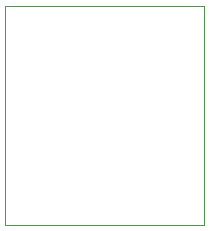
<source format=gko>
%FSLAX25Y25*%
%MOIN*%
G70*
G01*
G75*
%ADD19C,0.00197*%
D19*
X594900Y161400D02*
X661300Y161400D01*
Y234500D01*
X594900Y234500D02*
X661300Y234500D01*
X594900Y161400D02*
Y234500D01*
M02*

</source>
